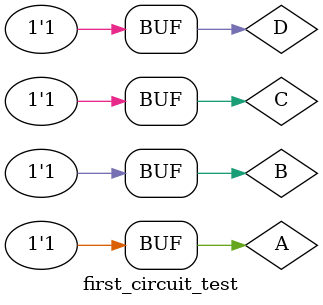
<source format=v>
module first_circuit_test;
reg A, B, C, D;
wire F;

first_circuit M1(F, A, B, C, D);

initial 
begin
	$monitor($time, "F=%b, A=%b, B=%b, C=%b, D=%b\n", F, A, B, C, D);
	#5 A = 1'b0; B = 1'b0; C = 1'b0; D = 1'b1;
	#5 A = 1'b0; B = 1'b1; C = 1'b0; D = 1'b1;
	#5 A = 1'b0; B = 1'b1; C = 1'b1; D = 1'b1;
	#5 A = 1'b1; B = 1'b0; C = 1'b0; D = 1'b1;
	#5 A = 1'b1; B = 1'b1; C = 1'b0; D = 1'b1;
	#5 A = 1'b1; B = 1'b1; C = 1'b1; D = 1'b1;
end
endmodule

</source>
